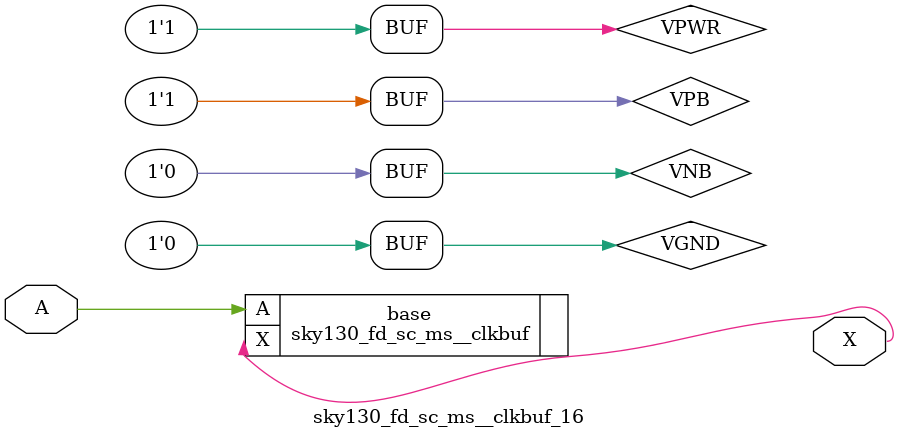
<source format=v>
module sky130_fd_sc_ms__clkbuf_16 (
    X,
    A
);
    output X;
    input  A;
    // Voltage supply signals
    supply1 VPWR;
    supply0 VGND;
    supply1 VPB ;
    supply0 VNB ;
    sky130_fd_sc_ms__clkbuf base (
        .X(X),
        .A(A)
    );
endmodule
</source>
